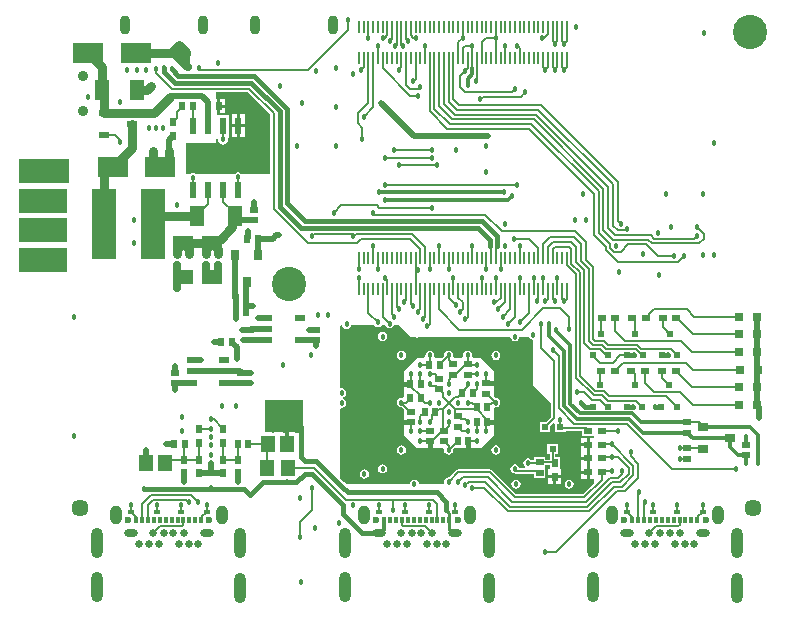
<source format=gbl>
G04*
G04 #@! TF.GenerationSoftware,Altium Limited,Altium Designer,22.0.2 (36)*
G04*
G04 Layer_Physical_Order=4*
G04 Layer_Color=16711680*
%FSLAX25Y25*%
%MOIN*%
G70*
G04*
G04 #@! TF.SameCoordinates,2161BBB5-3730-4A37-975F-558EB53CE70B*
G04*
G04*
G04 #@! TF.FilePolarity,Positive*
G04*
G01*
G75*
%ADD10C,0.01000*%
%ADD15C,0.00800*%
%ADD16C,0.01500*%
%ADD18C,0.00600*%
%ADD27R,0.02362X0.02520*%
%ADD28R,0.02953X0.02362*%
%ADD29R,0.02520X0.02362*%
%ADD33R,0.02362X0.02953*%
%ADD53R,0.02559X0.03740*%
%ADD64R,0.05118X0.05512*%
%ADD131C,0.01200*%
%ADD132C,0.02000*%
%ADD133C,0.03000*%
%ADD134C,0.02500*%
%ADD135C,0.05709*%
%ADD136C,0.03543*%
%ADD137C,0.02559*%
%ADD138O,0.04528X0.02559*%
%ADD139C,0.02362*%
%ADD140O,0.03937X0.06299*%
%ADD141O,0.03937X0.10079*%
%ADD142O,0.03543X0.06299*%
%ADD143C,0.11400*%
%ADD144C,0.01800*%
%ADD145R,0.03740X0.02362*%
%ADD146R,0.03150X0.03150*%
%ADD147R,0.04528X0.06693*%
%ADD148R,0.07087X0.05118*%
%ADD149R,0.07874X0.23622*%
%ADD150R,0.02362X0.05709*%
%ADD151R,0.09843X0.06693*%
%ADD152R,0.05118X0.07087*%
%ADD153R,0.03543X0.02362*%
%ADD154R,0.02362X0.02165*%
%ADD155R,0.03740X0.02559*%
%ADD156R,0.01968X0.01181*%
%ADD157R,0.01378X0.02362*%
%ADD158R,0.04528X0.05315*%
%ADD159R,0.00787X0.04488*%
%ADD160R,0.16142X0.07874*%
%ADD161R,0.16535X0.07874*%
%ADD162R,0.12598X0.11024*%
G36*
X-54767Y61698D02*
Y42126D01*
X-64357D01*
X-64809Y42428D01*
X-65473Y42560D01*
X-66136Y42428D01*
X-66588Y42126D01*
X-79534Y42126D01*
X-79809Y42310D01*
X-80472Y42442D01*
X-81136Y42310D01*
X-81411Y42126D01*
X-82677D01*
Y52362D01*
X-72835D01*
Y53718D01*
X-72450Y54042D01*
X-72184Y53650D01*
X-72206Y53543D01*
X-72074Y52880D01*
X-71698Y52318D01*
X-71136Y51942D01*
X-70472Y51810D01*
X-69809Y51942D01*
X-69247Y52318D01*
X-68871Y52880D01*
X-68739Y53543D01*
X-68813Y53917D01*
X-68491Y54417D01*
X-68491D01*
Y61725D01*
X-72062D01*
X-72409Y62149D01*
X-72422Y62225D01*
X-72395Y62307D01*
X-72390D01*
Y64567D01*
Y66827D01*
X-72835D01*
Y69249D01*
X-62318D01*
X-54767Y61698D01*
D02*
G37*
G36*
X-20176Y-8268D02*
X-19979Y-8562D01*
X-19483Y-8893D01*
X-18898Y-9010D01*
X-18312Y-8893D01*
X-17816Y-8562D01*
X-17620Y-8268D01*
X-16412Y-8268D01*
X-16374Y-8459D01*
X-16042Y-8956D01*
X-15546Y-9287D01*
X-14961Y-9403D01*
X-14375Y-9287D01*
X-13879Y-8956D01*
X-13548Y-8459D01*
X-13510Y-8268D01*
X-11811Y-8268D01*
X-7874Y-12205D01*
X-6259Y-12205D01*
X-5906Y-12558D01*
Y-19291D01*
X-6259Y-19645D01*
X-10236Y-23622D01*
Y-32419D01*
X-10736Y-32780D01*
X-11024Y-32723D01*
X-11609Y-32839D01*
X-12105Y-33171D01*
X-12437Y-33667D01*
X-12553Y-34252D01*
X-12437Y-34837D01*
X-12105Y-35333D01*
X-11609Y-35665D01*
X-11024Y-35781D01*
X-10951Y-35767D01*
X-10236Y-36481D01*
Y-44882D01*
X-5906Y-49213D01*
X2891D01*
X3252Y-49713D01*
X3195Y-50000D01*
X3311Y-50585D01*
X3643Y-51081D01*
X4139Y-51413D01*
X4724Y-51529D01*
X5310Y-51413D01*
X5806Y-51081D01*
X6137Y-50585D01*
X6254Y-50000D01*
X6213Y-49796D01*
X6796Y-49213D01*
X15354D01*
X19685Y-44882D01*
Y-36086D01*
X20185Y-35724D01*
X20472Y-35781D01*
X21058Y-35665D01*
X21554Y-35333D01*
X21885Y-34837D01*
X22002Y-34252D01*
X21885Y-33667D01*
X21554Y-33171D01*
X21058Y-32839D01*
X20472Y-32723D01*
X20400Y-32737D01*
X19685Y-32023D01*
Y-23622D01*
X15354Y-19291D01*
X12857D01*
X12496Y-18791D01*
X12553Y-18504D01*
X12437Y-17919D01*
X12105Y-17423D01*
X11609Y-17091D01*
X11024Y-16974D01*
X10438Y-17091D01*
X9942Y-17423D01*
X9611Y-17919D01*
X9494Y-18504D01*
X9551Y-18791D01*
X9190Y-19291D01*
X6558D01*
X6197Y-18791D01*
X6254Y-18504D01*
X6137Y-17919D01*
X5806Y-17423D01*
X5310Y-17091D01*
X4724Y-16974D01*
X4139Y-17091D01*
X3643Y-17423D01*
X3311Y-17919D01*
X3195Y-18504D01*
X3210Y-18577D01*
X2495Y-19291D01*
X259D01*
X-103Y-18791D01*
X-45Y-18504D01*
X-162Y-17919D01*
X-493Y-17423D01*
X-989Y-17091D01*
X-1575Y-16974D01*
X-2160Y-17091D01*
X-2656Y-17423D01*
X-2988Y-17919D01*
X-3104Y-18504D01*
X-3047Y-18791D01*
X-3408Y-19291D01*
X-5906D01*
X-5906Y-12558D01*
X-5552Y-12205D01*
X25242D01*
X25359Y-12790D01*
X25690Y-13286D01*
X26186Y-13618D01*
X26772Y-13734D01*
X27357Y-13618D01*
X27853Y-13286D01*
X28185Y-12790D01*
X28301Y-12205D01*
X31494D01*
X31500Y-12239D01*
X31832Y-12735D01*
X32328Y-13067D01*
X32913Y-13183D01*
X32938Y-13203D01*
Y-28439D01*
X38744Y-34464D01*
Y-39046D01*
X37052Y-40739D01*
X35030D01*
Y-44104D01*
X38592D01*
Y-42082D01*
X39648Y-41026D01*
X40148Y-41233D01*
Y-44104D01*
X43710D01*
Y-43782D01*
X49105D01*
Y-45324D01*
X53149D01*
Y-46087D01*
X51780D01*
Y-48268D01*
X51279D01*
Y-48768D01*
X48803D01*
Y-50449D01*
X48803D01*
Y-50575D01*
X48803D01*
Y-52256D01*
X51279D01*
Y-53256D01*
X48803D01*
Y-54937D01*
X48803D01*
Y-55200D01*
X48803D01*
Y-56881D01*
X51279D01*
Y-57381D01*
X51780D01*
Y-59562D01*
X53150D01*
X53150Y-61069D01*
X49490Y-64728D01*
X27194D01*
X19225Y-56759D01*
X18894Y-56538D01*
X18504Y-56461D01*
X7874D01*
X7484Y-56538D01*
X7153Y-56759D01*
X4797Y-59115D01*
X4724Y-59101D01*
X4139Y-59217D01*
X3643Y-59548D01*
X3311Y-60045D01*
X3195Y-60630D01*
X3252Y-60917D01*
X2891Y-61417D01*
X-5164D01*
X-5280Y-60832D01*
X-5612Y-60336D01*
X-6108Y-60004D01*
X-6693Y-59888D01*
X-7278Y-60004D01*
X-7774Y-60336D01*
X-8106Y-60832D01*
X-8222Y-61417D01*
X-29431D01*
X-29627Y-61123D01*
X-30123Y-60792D01*
X-30188Y-60779D01*
X-31496Y-59471D01*
X-31496Y-36323D01*
X-30996Y-35913D01*
X-30866Y-35939D01*
X-30281Y-35822D01*
X-29785Y-35491D01*
X-29453Y-34995D01*
X-29337Y-34409D01*
X-29453Y-33824D01*
X-29785Y-33328D01*
X-30281Y-32996D01*
X-30605Y-32932D01*
Y-32422D01*
X-30281Y-32358D01*
X-29785Y-32026D01*
X-29453Y-31530D01*
X-29337Y-30945D01*
X-29453Y-30360D01*
X-29785Y-29864D01*
X-30281Y-29532D01*
X-30866Y-29416D01*
X-30996Y-29441D01*
X-31496Y-29031D01*
X-31496Y-8805D01*
X-31071Y-8440D01*
X-30742Y-8507D01*
X-30704Y-8696D01*
X-30373Y-9192D01*
X-29877Y-9523D01*
X-29291Y-9640D01*
X-28706Y-9523D01*
X-28210Y-9192D01*
X-27878Y-8696D01*
X-27793Y-8268D01*
X-20176Y-8268D01*
D02*
G37*
%LPC*%
G36*
X-69709Y66827D02*
X-71390D01*
Y65067D01*
X-69709D01*
Y66827D01*
D02*
G37*
G36*
Y64067D02*
X-71390D01*
Y62307D01*
X-69709D01*
Y64067D01*
D02*
G37*
G36*
X-63291Y61925D02*
X-64973D01*
Y58571D01*
X-63291D01*
Y61925D01*
D02*
G37*
G36*
X-65973D02*
X-67654D01*
Y58571D01*
X-65973D01*
Y61925D01*
D02*
G37*
G36*
X-63291Y57571D02*
X-64973D01*
Y54216D01*
X-63291D01*
Y57571D01*
D02*
G37*
G36*
X-65973D02*
X-67654D01*
Y54216D01*
X-65973D01*
Y57571D01*
D02*
G37*
G36*
X-17323Y-10675D02*
X-17908Y-10792D01*
X-18404Y-11123D01*
X-18736Y-11620D01*
X-18852Y-12205D01*
X-18736Y-12790D01*
X-18404Y-13286D01*
X-17908Y-13618D01*
X-17323Y-13734D01*
X-16738Y-13618D01*
X-16241Y-13286D01*
X-15910Y-12790D01*
X-15793Y-12205D01*
X-15910Y-11620D01*
X-16241Y-11123D01*
X-16738Y-10792D01*
X-17323Y-10675D01*
D02*
G37*
G36*
X20472Y-16974D02*
X19887Y-17091D01*
X19391Y-17423D01*
X19060Y-17919D01*
X18943Y-18504D01*
X19060Y-19089D01*
X19391Y-19585D01*
X19887Y-19917D01*
X20472Y-20033D01*
X21058Y-19917D01*
X21554Y-19585D01*
X21885Y-19089D01*
X22002Y-18504D01*
X21885Y-17919D01*
X21554Y-17423D01*
X21058Y-17091D01*
X20472Y-16974D01*
D02*
G37*
G36*
X-11024D02*
X-11609Y-17091D01*
X-12105Y-17423D01*
X-12437Y-17919D01*
X-12553Y-18504D01*
X-12437Y-19089D01*
X-12105Y-19585D01*
X-11609Y-19917D01*
X-11024Y-20033D01*
X-10438Y-19917D01*
X-9942Y-19585D01*
X-9611Y-19089D01*
X-9494Y-18504D01*
X-9611Y-17919D01*
X-9942Y-17423D01*
X-10438Y-17091D01*
X-11024Y-16974D01*
D02*
G37*
G36*
X50780Y-46087D02*
X48803D01*
Y-47768D01*
X50780D01*
Y-46087D01*
D02*
G37*
G36*
X20472Y-48471D02*
X19887Y-48587D01*
X19391Y-48919D01*
X19060Y-49415D01*
X18943Y-50000D01*
X19060Y-50585D01*
X19391Y-51082D01*
X19887Y-51413D01*
X20472Y-51529D01*
X21058Y-51413D01*
X21554Y-51082D01*
X21885Y-50585D01*
X22002Y-50000D01*
X21885Y-49415D01*
X21554Y-48919D01*
X21058Y-48587D01*
X20472Y-48471D01*
D02*
G37*
G36*
X-11024D02*
X-11609Y-48587D01*
X-12105Y-48919D01*
X-12437Y-49415D01*
X-12553Y-50000D01*
X-12437Y-50585D01*
X-12105Y-51082D01*
X-11609Y-51413D01*
X-11024Y-51529D01*
X-10438Y-51413D01*
X-9942Y-51082D01*
X-9611Y-50585D01*
X-9494Y-50000D01*
X-9611Y-49415D01*
X-9942Y-48919D01*
X-10438Y-48587D01*
X-11024Y-48471D01*
D02*
G37*
G36*
X41151Y-48022D02*
X37589D01*
Y-51387D01*
X38452D01*
Y-52353D01*
X38376D01*
Y-53256D01*
X36899D01*
Y-52392D01*
X33180D01*
Y-53413D01*
X32293D01*
X32184Y-53249D01*
X31688Y-52918D01*
X31102Y-52801D01*
X30517Y-52918D01*
X30021Y-53249D01*
X29689Y-53745D01*
X29573Y-54331D01*
X29689Y-54916D01*
X30021Y-55412D01*
X30253Y-55567D01*
X30101Y-56067D01*
X28255D01*
X28185Y-55714D01*
X27853Y-55218D01*
X27357Y-54886D01*
X26772Y-54770D01*
X26186Y-54886D01*
X25690Y-55218D01*
X25359Y-55714D01*
X25242Y-56299D01*
X25359Y-56884D01*
X25690Y-57381D01*
X26186Y-57712D01*
X26772Y-57829D01*
X26847Y-57814D01*
X27169Y-58029D01*
X27559Y-58106D01*
X33180D01*
Y-59419D01*
X36899D01*
Y-55091D01*
X38376D01*
Y-56480D01*
X37976D01*
Y-58457D01*
X40157D01*
X42339D01*
Y-56480D01*
X41939D01*
Y-52353D01*
X40288D01*
Y-51387D01*
X41151D01*
Y-48022D01*
D02*
G37*
G36*
X-17323Y-54770D02*
X-17908Y-54886D01*
X-18404Y-55218D01*
X-18736Y-55714D01*
X-18852Y-56299D01*
X-18736Y-56884D01*
X-18404Y-57381D01*
X-17908Y-57712D01*
X-17323Y-57829D01*
X-16738Y-57712D01*
X-16241Y-57381D01*
X-15910Y-56884D01*
X-15793Y-56299D01*
X-15910Y-55714D01*
X-16241Y-55218D01*
X-16738Y-54886D01*
X-17323Y-54770D01*
D02*
G37*
G36*
X-23386Y-56502D02*
X-23971Y-56618D01*
X-24467Y-56950D01*
X-24799Y-57446D01*
X-24915Y-58031D01*
X-24799Y-58617D01*
X-24467Y-59113D01*
X-23971Y-59444D01*
X-23386Y-59561D01*
X-22801Y-59444D01*
X-22304Y-59113D01*
X-21973Y-58617D01*
X-21856Y-58031D01*
X-21973Y-57446D01*
X-22304Y-56950D01*
X-22801Y-56618D01*
X-23386Y-56502D01*
D02*
G37*
G36*
X50779Y-57881D02*
X48803D01*
Y-59562D01*
X50779D01*
Y-57881D01*
D02*
G37*
G36*
X42339Y-59457D02*
X40657D01*
Y-61433D01*
X42339D01*
Y-59457D01*
D02*
G37*
G36*
X39657D02*
X37976D01*
Y-61433D01*
X39657D01*
Y-59457D01*
D02*
G37*
G36*
X44882Y-59888D02*
X44297Y-60004D01*
X43801Y-60336D01*
X43469Y-60832D01*
X43352Y-61417D01*
X43469Y-62003D01*
X43801Y-62499D01*
X44297Y-62830D01*
X44882Y-62947D01*
X45467Y-62830D01*
X45963Y-62499D01*
X46295Y-62003D01*
X46411Y-61417D01*
X46295Y-60832D01*
X45963Y-60336D01*
X45467Y-60004D01*
X44882Y-59888D01*
D02*
G37*
G36*
X27165D02*
X26580Y-60004D01*
X26084Y-60336D01*
X25752Y-60832D01*
X25636Y-61417D01*
X25752Y-62003D01*
X26084Y-62499D01*
X26580Y-62830D01*
X27165Y-62947D01*
X27751Y-62830D01*
X28247Y-62499D01*
X28578Y-62003D01*
X28695Y-61417D01*
X28578Y-60832D01*
X28247Y-60336D01*
X27751Y-60004D01*
X27165Y-59888D01*
D02*
G37*
%LPD*%
D10*
X51279Y-52756D02*
Y-48268D01*
Y-57381D02*
Y-52756D01*
X4724Y-71961D02*
Y-70906D01*
X3937Y-70118D02*
X4724Y-70906D01*
X4921Y-76653D02*
X5985Y-77716D01*
X6693D01*
X4921Y-76653D02*
Y-73228D01*
X4724Y-71961D02*
X4732Y-71969D01*
Y-73039D02*
Y-71969D01*
Y-73039D02*
X4921Y-73228D01*
D15*
X-27771Y22047D02*
X-26984Y21260D01*
X15748Y85827D02*
X17323Y87402D01*
X20472D01*
X15748Y80709D02*
Y85827D01*
X28740Y67716D02*
X30315Y69291D01*
X-77953Y76772D02*
X-42126D01*
X-28740Y90158D01*
Y93307D01*
X27559Y84646D02*
X28346Y83858D01*
Y80709D02*
Y83858D01*
X16244Y67716D02*
X28740D01*
X15457Y66929D02*
X16244Y67716D01*
X15276Y66929D02*
X15457D01*
X8661Y70866D02*
X10039Y69488D01*
X25787D02*
X26772Y70472D01*
X10039Y69488D02*
X25787D01*
X13780Y72835D02*
X14173Y73228D01*
X61024Y26378D02*
Y39370D01*
X35433Y64961D02*
X61024Y39370D01*
X8268Y64961D02*
X35433D01*
X59449Y24803D02*
Y38583D01*
X34646Y63386D02*
X59449Y38583D01*
X7480Y63386D02*
X34646D01*
X57874Y24016D02*
Y37795D01*
X33858Y61811D02*
X57874Y37795D01*
X6693Y61811D02*
X33858D01*
X56299Y23228D02*
Y37008D01*
X33071Y60236D02*
X56299Y37008D01*
X5906Y60236D02*
X33071D01*
X54724Y22441D02*
Y36220D01*
X32283Y58661D02*
X54724Y36220D01*
X5118Y58661D02*
X32283D01*
X53150Y21654D02*
Y35433D01*
X31496Y57087D02*
X53150Y35433D01*
X4331Y57087D02*
X31496D01*
X39764Y-39469D02*
Y-20282D01*
X35433Y-15951D02*
X39764Y-20282D01*
X35433Y-15951D02*
Y-7874D01*
X-16535Y38189D02*
X27559D01*
X8661Y70866D02*
Y74803D01*
X10236Y76378D01*
X12598Y77165D02*
Y80709D01*
X12598Y80709D01*
X-6299Y9843D02*
Y10630D01*
Y9055D02*
Y9843D01*
X20472Y80709D02*
Y87402D01*
X7874Y85827D02*
X9449Y87402D01*
X7874Y80709D02*
Y85827D01*
X-1575Y62992D02*
X4331Y57087D01*
X-1575Y62992D02*
Y80709D01*
X0Y63779D02*
X5118Y58661D01*
X0Y63779D02*
Y80709D01*
X1575Y64567D02*
X5906Y60236D01*
X1575Y64567D02*
Y80709D01*
X3150Y65354D02*
X6693Y61811D01*
X3150Y65354D02*
Y80709D01*
X4724Y66142D02*
X7480Y63386D01*
X4724Y66142D02*
Y80709D01*
X6299Y66929D02*
X8268Y64961D01*
X6299Y66929D02*
Y80709D01*
X100387Y-56306D02*
X100394Y-56299D01*
X79071Y-56306D02*
X100387D01*
X-40945Y-70118D02*
Y-62598D01*
X-44882Y-74055D02*
X-40945Y-70118D01*
X-44882Y-79134D02*
Y-74055D01*
X64028Y-41262D02*
X79071Y-56306D01*
X63513Y-63652D02*
X67913Y-59252D01*
X60679Y-63652D02*
X63513D01*
X40472Y-83858D02*
X60679Y-63652D01*
X62598Y-62205D02*
X66319Y-58484D01*
X59820Y-62205D02*
X62598D01*
X51552Y-70473D02*
X59820Y-62205D01*
X61866Y-60779D02*
X64764Y-57881D01*
X59124Y-60779D02*
X61866D01*
X51006Y-68898D02*
X59124Y-60779D01*
X61221Y-59252D02*
X62598Y-57874D01*
X58530Y-59252D02*
X61221D01*
X50459Y-67323D02*
X58530Y-59252D01*
X67913D02*
Y-54605D01*
X65354Y-52046D02*
X67913Y-54605D01*
X65354Y-52046D02*
Y-50787D01*
X62598Y-57874D02*
Y-56988D01*
X64764Y-57881D02*
Y-55907D01*
X61209Y-52353D02*
X64764Y-55907D01*
X59055Y-52353D02*
X61209D01*
X66319Y-58484D02*
Y-55295D01*
X59055Y-48031D02*
X66319Y-55295D01*
X55709Y-43543D02*
X61024D01*
X55807Y-57381D02*
X56200Y-56988D01*
X59153D01*
X55807Y-52756D02*
X56210Y-52353D01*
X59055D01*
X56043Y-48031D02*
X59055D01*
X55807Y-48268D02*
X56043Y-48031D01*
X49913Y-65748D02*
X55807Y-59854D01*
Y-57381D01*
X37008Y-83858D02*
X40472D01*
X47638Y-30709D02*
X49894D01*
X52513Y-33328D01*
X55330D01*
X56934Y-34932D01*
X57118D01*
X57801Y-35615D01*
X37592Y-41640D02*
X39764Y-39469D01*
X37592Y-41739D02*
Y-41640D01*
X36909Y-42421D02*
X37592Y-41739D01*
X36811Y-42421D02*
X36909D01*
X44882Y-9523D02*
Y-5740D01*
X41344Y-35953D02*
Y-18509D01*
X39370Y-16535D02*
X41344Y-18509D01*
Y-35953D02*
X46653Y-41262D01*
X41897Y-2756D02*
X44882Y-5740D01*
X36220Y-2756D02*
X41897D01*
X29102Y-9874D02*
X36220Y-2756D01*
X-40157Y22047D02*
X-27771D01*
X-42126Y18898D02*
X-25984D01*
X-53543Y30315D02*
X-42126Y18898D01*
X-53543Y30315D02*
Y62205D01*
X-40945Y21260D02*
X-40157Y22047D01*
X-26197D02*
X-7402D01*
X-26984Y21260D02*
X-26197Y22047D01*
X-24409Y20472D02*
X-8268D01*
X-25984Y18898D02*
X-24409Y20472D01*
X-31102Y31496D02*
X-19291D01*
X-18504Y30709D02*
X-787D01*
X-19291Y31496D02*
X-18504Y30709D01*
X11024Y77165D02*
Y80709D01*
X10236Y76378D02*
X11024Y77165D01*
X14173Y73228D02*
Y80709D01*
X10236Y84646D02*
X12598D01*
X9449Y83858D02*
X10236Y84646D01*
X9449Y80709D02*
Y83858D01*
X52799Y-18503D02*
X52897D01*
X52758D02*
X52799D01*
X53580Y-19325D02*
X55121Y-20866D01*
X53580Y-19325D02*
Y-19185D01*
X52897Y-18503D02*
X53580Y-19185D01*
X55121Y-20866D02*
X59644D01*
X62007Y-18503D01*
X64293D01*
X47095Y-25842D02*
X53067Y-31814D01*
X48594Y-25362D02*
X53647Y-30414D01*
X48594Y-25362D02*
Y9191D01*
X86254Y-35039D02*
X101614D01*
X81923Y-30709D02*
X86254Y-35039D01*
X73129Y-30709D02*
X81923D01*
X70177Y-27757D02*
X73129Y-30709D01*
X70177Y-27757D02*
Y-23622D01*
X86007Y-29134D02*
X101614D01*
X81571Y-24698D02*
X86007Y-29134D01*
X81571Y-24698D02*
Y-24403D01*
X80790Y-23622D02*
X81571Y-24403D01*
X80495Y-23622D02*
X80790D01*
X86142Y-23217D02*
X101614D01*
X83791Y-20866D02*
X86142Y-23217D01*
X62793Y-20866D02*
X83791D01*
X61114Y-22546D02*
X62793Y-20866D01*
X61114Y-22841D02*
Y-22546D01*
X60333Y-23622D02*
X61114Y-22841D01*
X60038Y-23622D02*
X60333D01*
X75967Y-26052D02*
X77450Y-27535D01*
Y-27633D02*
Y-27535D01*
Y-27633D02*
X78132Y-28316D01*
X78231D01*
X75967Y-26052D02*
Y-23622D01*
X65650D02*
X65945D01*
X66726Y-24403D01*
Y-24861D02*
Y-24403D01*
Y-24861D02*
X66737Y-24872D01*
Y-28316D02*
Y-24872D01*
X55242Y-23890D02*
X55510Y-23622D01*
X55242Y-28331D02*
Y-23890D01*
X86614Y-5512D02*
X101614D01*
X84252Y-3150D02*
X86614Y-5512D01*
X73098Y-3150D02*
X84252D01*
X71450Y-4798D02*
X73098Y-3150D01*
X71450Y-5093D02*
Y-4798D01*
X70669Y-5874D02*
X71450Y-5093D01*
X70374Y-5874D02*
X70669D01*
X86142Y-11406D02*
X101614D01*
X81687Y-6950D02*
X86142Y-11406D01*
X81687Y-6950D02*
Y-6655D01*
X80905Y-5874D02*
X81687Y-6655D01*
X80610Y-5874D02*
X80905D01*
X85851Y-17312D02*
X101614D01*
X82157Y-13618D02*
X85851Y-17312D01*
X63421Y-13618D02*
X82157D01*
X60232Y-10429D02*
X63421Y-13618D01*
X60232Y-10429D02*
Y-5874D01*
X76083Y-8956D02*
X77565Y-10438D01*
Y-10537D02*
Y-10438D01*
Y-10537D02*
X78248Y-11219D01*
X78347D01*
X76083Y-8956D02*
Y-5874D01*
X65847D02*
X66071D01*
X66852Y-6655D01*
Y-11219D02*
Y-6655D01*
X55358Y-6221D02*
X55705Y-5874D01*
X55358Y-11219D02*
Y-6221D01*
X50000Y-14457D02*
X51963Y-16420D01*
X51400Y-13712D02*
X52708Y-15020D01*
X52800Y-12877D02*
X53543Y-13620D01*
X52800Y-12877D02*
Y11012D01*
X50394Y13419D02*
X52800Y11012D01*
X50394Y13419D02*
Y19291D01*
X51400Y-13712D02*
Y10411D01*
X48819Y12992D02*
X51400Y10411D01*
X48819Y12992D02*
Y18504D01*
X50000Y-14457D02*
Y9843D01*
X47244Y12598D02*
X50000Y9843D01*
X47244Y12598D02*
Y17717D01*
X47095Y-25842D02*
Y8570D01*
X44094Y11570D02*
X47095Y8570D01*
X51963Y-16420D02*
X55214D01*
X52708Y-15020D02*
X55794D01*
X53543Y-13620D02*
X56374D01*
X-33465Y29134D02*
X-31102Y31496D01*
X-104961Y52756D02*
Y53386D01*
X-106496Y54921D02*
X-104961Y53386D01*
X-110039Y54921D02*
X-106496D01*
X55980Y-31814D02*
X57698Y-33532D01*
X53067Y-31814D02*
X55980D01*
X77287Y-32097D02*
X80790Y-35600D01*
X58243Y-32097D02*
X77287D01*
X56560Y-30414D02*
X58243Y-32097D01*
X53647Y-30414D02*
X56560D01*
X67213Y-33517D02*
X69296Y-35600D01*
X62582Y-33517D02*
X67213D01*
X62567Y-33532D02*
X62582Y-33517D01*
X57698Y-33532D02*
X62567D01*
X46653Y-41262D02*
X64028D01*
X63960Y-35817D02*
X64178Y-35600D01*
X78823Y-16420D02*
X80905Y-18503D01*
X69005Y-16420D02*
X78823D01*
X67605Y-15020D02*
X69005Y-16420D01*
X57774Y-15020D02*
X67605D01*
X56374Y-13620D02*
X57774Y-15020D01*
X67025Y-16420D02*
X69108Y-18503D01*
X57194Y-16420D02*
X67025D01*
X55794Y-15020D02*
X57194Y-16420D01*
X55214D02*
X57297Y-18503D01*
X43307Y-394D02*
X44094Y394D01*
X42520Y394D02*
X43307Y-394D01*
X39370Y394D02*
X40157Y-394D01*
X37795Y394D02*
Y3543D01*
X37008Y-394D02*
X37795Y394D01*
X41929Y-42421D02*
Y-39955D01*
X45669Y12117D02*
X48594Y9191D01*
X55709Y-43543D02*
X56197Y-44032D01*
X41929Y-42421D02*
X42270Y-42762D01*
X50400D01*
X51181Y-43543D01*
X26772Y-65748D02*
X49913D01*
X25984Y-67323D02*
X50459D01*
X25197Y-68898D02*
X51006D01*
X24409Y-70473D02*
X51552D01*
X1575Y-3150D02*
X8268Y-9843D01*
X23550D01*
X23581Y-9874D01*
X29102D01*
X44094Y11570D02*
Y13937D01*
X1575D02*
Y18110D01*
X4724Y10236D02*
Y13937D01*
X-1575Y13937D02*
X-1575Y13937D01*
X-1575Y10236D02*
Y13937D01*
X-6299Y3543D02*
Y9055D01*
X-5512Y9843D01*
X-6299Y10630D02*
Y13937D01*
Y10630D02*
X-5512Y9843D01*
X-6299D02*
X-5512D01*
X-16535Y7480D02*
X-15748Y6693D01*
Y3543D02*
Y6693D01*
X-11024Y77559D02*
Y80709D01*
X-11811Y76772D02*
X-11024Y77559D01*
X-18898Y80709D02*
Y84646D01*
X-3150D02*
X-3150Y84646D01*
Y80709D02*
Y84646D01*
X12598Y84646D02*
X12598Y84646D01*
Y80709D02*
Y84646D01*
X23622Y80709D02*
Y84646D01*
X43307Y76772D02*
X44094Y77559D01*
Y80709D01*
X42520Y77559D02*
X43307Y76772D01*
X42520Y77559D02*
Y80709D01*
X40157Y76772D02*
X40945Y77559D01*
Y80709D01*
X39370Y77559D02*
X40157Y76772D01*
X39370Y77559D02*
Y80709D01*
X43307Y85433D02*
X44094Y86221D01*
Y91102D01*
X42520Y86221D02*
X43307Y85433D01*
X42520Y86221D02*
Y91102D01*
X40157Y85433D02*
X40945Y86221D01*
Y91102D01*
X39370Y86221D02*
X40157Y85433D01*
X39370Y86221D02*
Y91102D01*
X35827Y87402D02*
X36614D01*
X37795Y88583D01*
Y91102D01*
X20472Y87402D02*
Y91102D01*
X9449Y87402D02*
Y91102D01*
X-22047Y87402D02*
X-22047Y87402D01*
Y91102D01*
X-12992Y84646D02*
X-12598Y85039D01*
Y91102D01*
X-11024Y85039D02*
X-10630Y84646D01*
X-11024Y85039D02*
Y91102D01*
X-14961Y86221D02*
X-14173Y87008D01*
Y91102D01*
X-9449Y87008D02*
X-8661Y86221D01*
X-9449Y87008D02*
Y91102D01*
X-17323Y87402D02*
X-16535D01*
X-7087D02*
X-6299D01*
X-16535D02*
X-15748Y88189D01*
Y91102D01*
X-7874Y88189D02*
X-7087Y87402D01*
X-7874Y88189D02*
Y91102D01*
X12598Y18110D02*
X12598Y18110D01*
Y13937D02*
Y18110D01*
X40945Y3543D02*
Y7480D01*
X36220Y3543D02*
Y7480D01*
X33071D02*
X33071Y7480D01*
Y3543D02*
Y7480D01*
X28346Y7480D02*
X28346Y7480D01*
Y3543D02*
Y7480D01*
X20472Y3543D02*
Y7480D01*
X22047Y10236D02*
Y13937D01*
X17323Y10236D02*
X17323Y10236D01*
Y13937D01*
X15748Y3543D02*
Y7480D01*
X6299Y3543D02*
Y7480D01*
X-25197Y3543D02*
Y7480D01*
X-18898Y10236D02*
Y13937D01*
X-25197Y10236D02*
Y13937D01*
X31496Y-4331D02*
Y3543D01*
X28346Y-7480D02*
X31496Y-4331D01*
X26772Y-5512D02*
Y3543D01*
X24409Y-7874D02*
X26772Y-5512D01*
X25197Y-3150D02*
Y3543D01*
X22835Y-5512D02*
X25197Y-3150D01*
X23622Y-787D02*
Y3543D01*
X21260Y-3150D02*
X23622Y-787D01*
X22047Y787D02*
Y3543D01*
X20472Y-787D02*
X22047Y787D01*
X19685Y-787D02*
X20472D01*
X11024Y-5512D02*
Y3543D01*
X10236Y-6299D02*
X11024Y-5512D01*
X7874Y787D02*
Y3543D01*
Y787D02*
X9449Y-787D01*
Y-3150D02*
Y-787D01*
X8661Y-3937D02*
X9449Y-3150D01*
X4724Y787D02*
Y3543D01*
Y787D02*
X7087Y-1575D01*
X-22047Y-4331D02*
Y3543D01*
Y-4331D02*
X-18898Y-7480D01*
X-7874Y-1181D02*
Y3543D01*
X-4724Y-3150D02*
Y3543D01*
X-17323Y-5512D02*
Y3543D01*
X-12598Y-2362D02*
Y3543D01*
X-3150Y-5512D02*
Y3543D01*
X-14173Y-4724D02*
Y3543D01*
X-9449Y-0D02*
Y3543D01*
X-1575Y-7874D02*
Y3543D01*
X-7874Y-1181D02*
X-7087Y-1969D01*
X-10236Y-787D02*
X-9449Y-0D01*
X-12598Y-2362D02*
X-11811Y-3150D01*
X-14173Y-4724D02*
X-13386Y-5512D01*
X-17323D02*
X-14961Y-7874D01*
X-5512Y-3937D02*
X-4724Y-3150D01*
X-3937Y-6299D02*
X-3150Y-5512D01*
X-2362Y-8661D02*
X-1575Y-7874D01*
X88031Y-40787D02*
X89567Y-42323D01*
X84252Y-40787D02*
X88031D01*
X81732Y-49449D02*
X84252D01*
X81732Y-52913D02*
X84252D01*
X89213Y-49449D02*
X89567Y-49803D01*
X84252Y-49449D02*
X89213D01*
X17323Y-43701D02*
Y-40709D01*
X17480Y-40551D01*
X14016Y-36457D02*
X17480Y-39921D01*
X14016Y-36457D02*
X14016Y-36457D01*
X14016Y-35827D02*
X14016Y-35827D01*
X13622Y-36220D02*
X14016Y-35827D01*
X14016Y-36457D02*
Y-35827D01*
Y-36457D02*
Y-36457D01*
X14016Y-35827D02*
Y-35827D01*
Y-36457D02*
Y-35827D01*
X17480Y-40551D02*
Y-39921D01*
X16535Y-62598D02*
X24409Y-70473D01*
X16929Y-60630D02*
X25197Y-68898D01*
X17717Y-59055D02*
X25984Y-67323D01*
X18504Y-57480D02*
X26772Y-65748D01*
Y-56299D02*
X27559Y-57087D01*
X34488D01*
X35039Y-57638D01*
X11181Y-21654D02*
X14173D01*
X11024Y-21496D02*
X11181Y-21654D01*
X-4724D02*
X-1732D01*
X-7874Y-27795D02*
Y-24803D01*
X-8032Y-27953D02*
X-7874Y-27795D01*
X17323Y-27795D02*
Y-24803D01*
X11181Y-46850D02*
X14173D01*
X-4724D02*
X-1732D01*
X-1575Y-47008D01*
X-7874Y-43701D02*
Y-40709D01*
X-2992Y-34252D02*
X-1575D01*
X-4567Y-32677D02*
X-2992Y-34252D01*
X4724Y-26535D02*
X6299Y-24961D01*
X4724Y-27953D02*
Y-26535D01*
X11024Y-34252D02*
X12441D01*
X14016Y-35827D01*
X4724Y-41969D02*
Y-40551D01*
X3150Y-43543D02*
X4724Y-41969D01*
X-1575Y-40551D02*
X-787Y-39764D01*
Y-38346D01*
X158Y-37402D01*
X10236Y-39764D02*
X11024Y-40551D01*
X8819Y-39764D02*
X10236D01*
X7874Y-38819D02*
X8819Y-39764D01*
X-1575Y-27953D02*
X-787Y-28740D01*
X630D01*
X11024Y-28740D02*
Y-27953D01*
X10236Y-29528D02*
X11024Y-28740D01*
X10236Y-30158D02*
Y-29528D01*
X9291Y-31102D02*
X10236Y-30158D01*
X-4724Y-27795D02*
Y-24803D01*
Y-27795D02*
X-4567Y-27953D01*
X11181Y-24803D02*
X14173D01*
X11024Y-24961D02*
X11181Y-24803D01*
X14173Y-43701D02*
Y-40709D01*
X14016Y-40551D02*
X14173Y-40709D01*
X-4724Y-43701D02*
X-1732D01*
X-1575Y-43543D01*
X-4724Y-38819D02*
X-3307Y-37402D01*
X-4724Y-40551D02*
Y-38819D01*
X158Y-24803D02*
X1575Y-26221D01*
X-1575Y-24803D02*
X158D01*
X12756Y-31102D02*
X14173Y-29685D01*
Y-27953D01*
X7874Y-42283D02*
X9291Y-43701D01*
X11024D01*
X4724Y-50000D02*
Y-49843D01*
X7717Y-46850D01*
X3150Y-47008D02*
X4724Y-48583D01*
Y-49843D02*
Y-48583D01*
X17323Y-31260D02*
X17480D01*
X20472Y-34252D01*
X17480Y-35827D02*
X19055Y-34252D01*
X20472D01*
X1732Y-21654D02*
Y-21496D01*
X4724Y-18504D01*
Y-19921D02*
X6299Y-21496D01*
X4724Y-19921D02*
Y-18504D01*
X-8032Y-37244D02*
X-7874D01*
X-11024Y-34252D02*
X-8032Y-37244D01*
X-9606Y-34252D02*
X-8032Y-32677D01*
X-11024Y-34252D02*
X-9606D01*
X7874Y-38819D02*
Y-38583D01*
X2756Y-32283D02*
Y-30866D01*
Y-32283D02*
X4724Y-34252D01*
X9055Y-31102D02*
X9291D01*
X7874Y-32283D02*
X9055Y-31102D01*
X6693Y-32283D02*
X7874D01*
X4724Y-34252D02*
X6693Y-32283D01*
X6693Y-37638D02*
X7874Y-38819D01*
X6693Y-37638D02*
Y-36220D01*
X4724Y-34252D02*
X6693Y-36220D01*
X158Y-37402D02*
X394D01*
X1575Y-36220D01*
X2756D01*
X4724Y-34252D01*
X6693Y-36220D02*
X13622D01*
X2756Y-43150D02*
Y-36220D01*
Y-43150D02*
X3150Y-43543D01*
X2520D02*
X3150D01*
X-945Y-47008D02*
X2520Y-43543D01*
X-1575Y-47008D02*
X-945D01*
X6929Y-24961D02*
X10394Y-21496D01*
X6299Y-24961D02*
X6929D01*
X-8032Y-28583D02*
Y-27953D01*
Y-28583D02*
X-4567Y-32047D01*
Y-32677D02*
Y-32047D01*
X64173Y-70512D02*
Y-68504D01*
X72835Y-70512D02*
Y-68504D01*
X80709Y-70512D02*
Y-68504D01*
X89370Y-70512D02*
Y-68504D01*
X87598Y-73228D02*
Y-72284D01*
X89370Y-70512D01*
X65945Y-73228D02*
Y-72284D01*
X64173Y-70512D02*
X65945Y-72284D01*
X69882Y-67520D02*
X70079Y-67323D01*
X69882Y-73228D02*
Y-67520D01*
X67913Y-64370D02*
X68110Y-64173D01*
X67913Y-73228D02*
Y-64370D01*
X81693Y-74997D02*
Y-73228D01*
X81296Y-75394D02*
X81693Y-74997D01*
X73976Y-75394D02*
X81296D01*
X71653Y-77716D02*
X73976Y-75394D01*
X-101181Y-70512D02*
Y-68504D01*
X-92520Y-70512D02*
Y-68504D01*
X-84646Y-70512D02*
Y-68504D01*
X-75984Y-70512D02*
Y-68504D01*
X-99409Y-73228D02*
Y-72284D01*
X-101181Y-70512D02*
X-99409Y-72284D01*
X-77756Y-73228D02*
Y-72284D01*
X-75984Y-70512D01*
X-83661Y-74997D02*
Y-73228D01*
X-84059Y-75394D02*
X-83661Y-74997D01*
X-91378Y-75394D02*
X-84059D01*
X-93701Y-77716D02*
X-91378Y-75394D01*
X-95472Y-73228D02*
Y-68307D01*
X-93701Y-66535D01*
X-82677D01*
X-81890Y-67323D01*
X-97441Y-73228D02*
Y-68013D01*
X-94363Y-64935D01*
X-81128D02*
X-78740Y-67323D01*
X6693Y-70512D02*
Y-68504D01*
X-10827Y-74997D02*
Y-73228D01*
Y-74997D02*
X-10430Y-75394D01*
X-3110D01*
X-787Y-77716D01*
X12598Y-62598D02*
X16535D01*
X10236Y-61811D02*
X11417Y-60630D01*
X16929D01*
X7874D02*
X9449Y-59055D01*
X17717D01*
X4724Y-60630D02*
X7874Y-57480D01*
X18504D01*
X-1732Y-21654D02*
X-1575Y-21496D01*
Y-18504D01*
X11024Y-21496D02*
Y-18504D01*
X11024Y-18504D01*
X10394Y-21496D02*
X11024D01*
X11024D01*
X-20472Y64173D02*
Y80709D01*
X-23622Y61024D02*
X-20472Y64173D01*
X-22047Y65748D02*
Y80709D01*
X20472Y17717D02*
X20866Y18110D01*
X20472Y13937D02*
Y17717D01*
X18504Y18110D02*
X18898Y17717D01*
Y13937D02*
Y17717D01*
X-61811Y70472D02*
X-53543Y62205D01*
X-92717Y75787D02*
Y76968D01*
Y75787D02*
X-87402Y70472D01*
X-61811D01*
X-80472Y58071D02*
Y64488D01*
X-80551Y64567D02*
X-80472Y64488D01*
X-85827Y62756D02*
X-84016Y64567D01*
X-85827Y60532D02*
Y62756D01*
X-87008Y59350D02*
X-85827Y60532D01*
X-70472Y53543D02*
Y58071D01*
X-70473Y58071D02*
X-70472Y58071D01*
X-70473Y32677D02*
Y36614D01*
Y32677D02*
X-66634Y28839D01*
Y27953D02*
Y28839D01*
X-75472Y32008D02*
Y36614D01*
X-79036Y28445D02*
X-75472Y32008D01*
X-79036Y27953D02*
Y28445D01*
X-65473Y36614D02*
Y40827D01*
X-80472Y36614D02*
Y40709D01*
X-78347Y77165D02*
X-77953Y76772D01*
X984Y-73228D02*
Y-67913D01*
X-1969Y-70512D02*
Y-68504D01*
X-9843Y-70512D02*
Y-68504D01*
X-18504Y-70512D02*
Y-68504D01*
X-65512Y-53091D02*
X-65354Y-53248D01*
X-65512Y-53091D02*
Y-48031D01*
X-62047D02*
X-55512D01*
X-89764Y-54331D02*
X-88681Y-53248D01*
X-83465D01*
Y-48189D02*
X-83307Y-48031D01*
X-83465Y-53248D02*
Y-48189D01*
Y-53248D02*
X-78347D01*
Y-47539D01*
X-70472Y-53248D02*
X-65354D01*
X-70472D02*
Y-47539D01*
Y-43012D02*
Y-42913D01*
X-13780Y-70079D02*
Y-66535D01*
X-394D02*
X984Y-67913D01*
X-13780Y-66535D02*
X-394D01*
X-94363Y-64935D02*
X-81128D01*
X-96063Y-54331D02*
X-96063Y-54331D01*
X-55807Y-55905D02*
Y-48327D01*
X-55512Y-48031D01*
X-48917Y-55905D02*
X-40157D01*
X-29528Y-66535D01*
X-13780D01*
X-78347Y-43012D02*
X-78248Y-42913D01*
X-74410D01*
X-73622Y-39764D02*
X-70472Y-42913D01*
X-74410Y-39764D02*
X-73622D01*
X87402Y24311D02*
X89764Y21949D01*
X36220Y77559D02*
Y80709D01*
Y77559D02*
X37008Y76772D01*
X37795Y77559D02*
Y80709D01*
X37008Y76772D02*
X37795Y77559D01*
X-24016Y53543D02*
Y57480D01*
X-25591Y59055D02*
Y62205D01*
X-22047Y65748D01*
X-25591Y59055D02*
X-24016Y57480D01*
X-6299Y73622D02*
Y80709D01*
X-7087Y72835D02*
X-6299Y73622D01*
X-9449Y71653D02*
Y80709D01*
Y71653D02*
X-8268Y70472D01*
X-5118D01*
X-17323Y77165D02*
Y80709D01*
Y77165D02*
X-8268Y68110D01*
X-5512D01*
X-5118Y70472D02*
X-4724Y70866D01*
X1575Y-3150D02*
Y3543D01*
X39370Y13937D02*
Y16929D01*
X40157Y17717D01*
X44882D01*
X45669Y16929D01*
Y12117D02*
Y16929D01*
X37795Y13937D02*
Y17717D01*
X39370Y19291D01*
X45669D01*
X47244Y17717D01*
X36220Y13937D02*
Y18504D01*
X38583Y20866D01*
X46457D01*
X48819Y18504D01*
X42520Y394D02*
Y3543D01*
X44094Y394D02*
Y3543D01*
X39370Y394D02*
Y3543D01*
X34646Y0D02*
Y3543D01*
X34252Y-394D02*
X34646Y0D01*
X86614Y20472D02*
X87402Y21260D01*
X88189Y18898D02*
X89764Y20472D01*
Y21949D01*
X61024Y26378D02*
X62205Y25197D01*
X61024Y23228D02*
X63779D01*
X64173Y23622D01*
X59449Y24803D02*
X61024Y23228D01*
X60236Y21654D02*
X72047D01*
X73228Y20472D01*
X57874Y24016D02*
X60236Y21654D01*
X73228Y20472D02*
X86614D01*
X56299Y23228D02*
X59449Y20079D01*
X71260D01*
X72441Y18898D01*
X88189D01*
X54724Y22441D02*
X58661Y18504D01*
Y17323D02*
Y18504D01*
Y17323D02*
X59842Y16142D01*
X62205D01*
X64567Y18504D01*
X70472D01*
X74409Y14567D01*
X79921D01*
X53150Y21654D02*
X57087Y17717D01*
Y16535D02*
Y17717D01*
Y16535D02*
X61024Y12598D01*
X81102D01*
X83071Y14567D01*
X-20472Y13937D02*
Y18110D01*
X-4724Y13937D02*
Y16929D01*
X-8268Y20472D02*
X-4724Y16929D01*
X-7402Y22047D02*
X-3150Y17795D01*
Y13937D02*
Y17795D01*
X-20472Y29134D02*
X-19685Y28346D01*
X16929D01*
X28346Y13937D02*
Y18110D01*
X28346Y18110D02*
X28346Y18110D01*
X34646Y13937D02*
Y17323D01*
X31496Y20472D02*
X34646Y17323D01*
X26378Y20472D02*
X31496D01*
X16929Y28346D02*
X22441Y22835D01*
X46850D01*
X50394Y19291D01*
X-16535Y47244D02*
X-787D01*
X-13386Y50000D02*
X-787D01*
X-11811Y44882D02*
X787D01*
X935Y45030D01*
X-23622Y77559D02*
Y80709D01*
X-24409Y76772D02*
X-23622Y77559D01*
X630Y-28740D02*
X2756Y-30866D01*
D16*
X-96850Y-62992D02*
X-74803D01*
X73425Y-35635D02*
X73443Y-35617D01*
X75654D01*
X75672Y-35600D01*
X48705Y-34252D02*
X50068Y-35615D01*
X52683D01*
X66319Y-35617D02*
X66337Y-35635D01*
X64195Y-35617D02*
X66319D01*
X64178Y-35600D02*
X64195Y-35617D01*
X66508Y-18503D02*
X66509Y-18504D01*
X64294Y-18503D02*
X66508D01*
X64293Y-18503D02*
X64294Y-18503D01*
X77936D02*
X77936Y-18504D01*
X75788Y-18503D02*
X77936D01*
X75787Y-18503D02*
X75788Y-18503D01*
X-44488Y-52362D02*
Y-42421D01*
X-30709Y-62205D02*
X-28740Y-64173D01*
X-39370Y-53543D02*
X-30709Y-62205D01*
X-40945Y-57874D02*
X-30512Y-68307D01*
Y-71457D02*
Y-68307D01*
Y-71457D02*
X-24252Y-77716D01*
X-18504D01*
X3937Y-70118D02*
Y-67323D01*
X787Y-64173D02*
X3937Y-67323D01*
X-28740Y-64173D02*
X787D01*
X17480Y-40551D02*
X20866D01*
X17323Y-27795D02*
X21024D01*
X-1575Y-51181D02*
Y-47008D01*
X11181Y-50551D02*
Y-46850D01*
X-11417Y-27953D02*
X-8032D01*
X-11575Y-40709D02*
X-7874D01*
X-60236Y74803D02*
X-49213Y63779D01*
X-87599Y76968D02*
X-85433Y74803D01*
X-60236D01*
X-61024Y72441D02*
X-51575Y62992D01*
X-90158Y75984D02*
Y77165D01*
Y75984D02*
X-86614Y72441D01*
X-61024D01*
X-43307Y-57874D02*
X-40945D01*
X-46063Y-60630D02*
X-43307Y-57874D01*
X-49213Y-60630D02*
X-46063D01*
X-43307Y-53543D02*
X-39370D01*
X-74803Y-62992D02*
X-74410Y-62598D01*
X-74016Y-62992D01*
X-63386D01*
X-61417Y-64961D01*
X-57087Y-60630D01*
X-49213D01*
X-44488Y-52362D02*
X-43307Y-53543D01*
X-46063Y-43307D02*
X-45669D01*
X18504Y18110D02*
Y20079D01*
X20866Y18110D02*
Y21260D01*
X14567Y24016D02*
X18504Y20079D01*
X15748Y26378D02*
X20866Y21260D01*
X-51575Y31102D02*
Y62992D01*
Y31102D02*
X-44488Y24016D01*
X14567D01*
X-49213Y32283D02*
Y63779D01*
Y32283D02*
X-43307Y26378D01*
X15748D01*
D18*
X39902Y-54173D02*
X40157Y-54429D01*
X39370Y-53642D02*
X39902Y-54173D01*
X39370Y-53642D02*
Y-49705D01*
X35039Y-54173D02*
X39902D01*
X34882Y-54331D02*
X35039Y-54173D01*
X31102Y-54331D02*
X34882D01*
D27*
X-67559Y-14173D02*
D03*
X-71024D02*
D03*
X-62835Y764D02*
D03*
X-66299D02*
D03*
X-62835Y-3937D02*
D03*
X-66299D02*
D03*
X-58898Y20472D02*
D03*
X-62362D02*
D03*
X-71890Y64567D02*
D03*
X-75354D02*
D03*
X-84016D02*
D03*
X-80551D02*
D03*
X-4567Y-27953D02*
D03*
X-8032D02*
D03*
X1732Y-21654D02*
D03*
X-1732D02*
D03*
X7717Y-46850D02*
D03*
X11181D02*
D03*
X14016Y-35827D02*
D03*
X17480D02*
D03*
X-4567Y-32677D02*
D03*
X-8032D02*
D03*
X17480Y-40551D02*
D03*
X14016D02*
D03*
X158Y-37402D02*
D03*
X-3307D02*
D03*
X12756Y-31102D02*
D03*
X9291D02*
D03*
X-86772Y-48031D02*
D03*
X-83307D02*
D03*
X-65512D02*
D03*
X-62047D02*
D03*
D28*
X80610Y-5874D02*
D03*
X76083D02*
D03*
X70374D02*
D03*
X65847D02*
D03*
X60232D02*
D03*
X55705D02*
D03*
X60038Y-23622D02*
D03*
X55510D02*
D03*
X70177D02*
D03*
X65650D02*
D03*
X80495D02*
D03*
X75967D02*
D03*
X51181Y-43543D02*
D03*
X55709D02*
D03*
X55807Y-57381D02*
D03*
X51279D02*
D03*
X55807Y-48268D02*
D03*
X51279D02*
D03*
Y-52756D02*
D03*
X55807D02*
D03*
D29*
X103986Y-51732D02*
D03*
Y-48268D02*
D03*
X-86502Y-24191D02*
D03*
Y-27656D02*
D03*
X-64455Y-24191D02*
D03*
Y-27656D02*
D03*
X-61417Y-13330D02*
D03*
Y-9865D02*
D03*
X-39370Y-13330D02*
D03*
Y-9865D02*
D03*
X-60236Y30079D02*
D03*
Y26614D02*
D03*
X-7874Y-37244D02*
D03*
Y-40709D02*
D03*
X11024Y-24961D02*
D03*
Y-21496D02*
D03*
X-1575Y-43543D02*
D03*
Y-47008D02*
D03*
X84252Y-44252D02*
D03*
Y-40787D02*
D03*
Y-52913D02*
D03*
Y-49449D02*
D03*
X35039Y-57638D02*
D03*
Y-54173D02*
D03*
X17323Y-27795D02*
D03*
Y-31260D02*
D03*
X3150Y-43543D02*
D03*
Y-47008D02*
D03*
X6299Y-24961D02*
D03*
Y-21496D02*
D03*
X7874Y-38819D02*
D03*
Y-42283D02*
D03*
X1575Y-29685D02*
D03*
Y-26221D02*
D03*
D33*
X-87008Y59350D02*
D03*
Y54823D02*
D03*
X40157Y-54429D02*
D03*
Y-58957D02*
D03*
X-83465Y-57776D02*
D03*
Y-53248D02*
D03*
X-78347Y-47539D02*
D03*
Y-43012D02*
D03*
Y-53248D02*
D03*
Y-57776D02*
D03*
X-65354D02*
D03*
Y-53248D02*
D03*
X-70472Y-47539D02*
D03*
Y-43012D02*
D03*
Y-57776D02*
D03*
Y-53248D02*
D03*
D53*
X-66339Y15157D02*
D03*
X-58858D02*
D03*
X-62598Y6102D02*
D03*
D64*
X-96063Y-54331D02*
D03*
X-89764D02*
D03*
X-49213Y-48031D02*
D03*
X-55512D02*
D03*
D131*
X103986Y-54331D02*
Y-51732D01*
X24606Y33268D02*
X25984Y34646D01*
X-16535Y33268D02*
X24606D01*
X-18504Y35827D02*
X23228D01*
X12598Y75197D02*
Y77165D01*
X11024Y73622D02*
X12598Y75197D01*
X11024Y71654D02*
Y73622D01*
Y71653D02*
Y71654D01*
X38189Y-11992D02*
Y-7874D01*
Y-11992D02*
X43307Y-17110D01*
X40551Y-10433D02*
Y-9843D01*
Y-10433D02*
X45276Y-15157D01*
Y-34704D02*
Y-15157D01*
X43307Y-35294D02*
Y-17110D01*
X107874Y-54331D02*
Y-44963D01*
X105234Y-42323D02*
X107874Y-44963D01*
X89567Y-42323D02*
X105234D01*
X103986Y-48268D02*
Y-45669D01*
X101181Y-51732D02*
X103986D01*
X98622Y-49173D02*
X101181Y-51732D01*
X98622Y-49173D02*
Y-46063D01*
X43307Y-35294D02*
X47580Y-39567D01*
X45276Y-34704D02*
X48412Y-37841D01*
X65730D01*
X68677Y-40787D01*
X84252D01*
X47580Y-39567D02*
X64764D01*
X69449Y-44252D01*
X84252D01*
X84912Y-44912D02*
Y-44833D01*
Y-44912D02*
X86063Y-46063D01*
X98622D01*
X-18504Y35827D02*
X-18504Y35827D01*
X-49213Y-48031D02*
Y-42283D01*
X-16732Y-76561D02*
Y-73228D01*
X-17887Y-77716D02*
X-16732Y-76561D01*
X-18504Y-77716D02*
X-17887D01*
D132*
X-62835Y-1969D02*
X-60630D01*
X-6693Y54724D02*
X17717D01*
X-17717Y65748D02*
X-6693Y54724D01*
X-74410Y-57776D02*
X-70472D01*
X-78347D02*
X-74410D01*
Y-54331D01*
X-39408Y-13368D02*
X-39370Y-13406D01*
X-52750Y21660D02*
X-51968D01*
X-53937Y20472D02*
X-52750Y21660D01*
X-58898Y20472D02*
X-53937D01*
X108031Y-39213D02*
Y-35551D01*
X107520Y-35039D02*
X108031Y-35551D01*
X107520Y-29134D02*
Y-5512D01*
Y-35039D02*
Y-29134D01*
X-39370Y-15354D02*
Y-13406D01*
X-73622Y-14173D02*
X-71024D01*
X-67559Y-14252D02*
X-65973Y-15838D01*
Y-19645D02*
Y-15838D01*
X-67559Y-14252D02*
Y-14173D01*
X-64534Y-24191D02*
X-64455D01*
X-64927Y-23797D02*
X-64534Y-24191D01*
X-80892Y-23797D02*
X-64927D01*
X-64455Y-24191D02*
X-61024D01*
X-64455Y-27656D02*
X-61024D01*
X-86502Y-24191D02*
Y-22047D01*
X-62835Y-3937D02*
Y-1969D01*
Y764D01*
X-66142Y-6299D02*
Y-4095D01*
X-66299Y-3937D02*
X-66142Y-4095D01*
X-80870Y-20079D02*
X-77756D01*
X-80892Y-20057D02*
X-80870Y-20079D01*
X-86502Y-30079D02*
Y-27656D01*
X-86384Y-27538D01*
X-80892D01*
X-64455Y-27656D02*
X-64404Y-27706D01*
X-64573Y-27538D02*
X-64455Y-27656D01*
X-70065Y-27538D02*
X-64573D01*
X-39408Y-13368D02*
X-39370Y-13330D01*
X-62835Y5866D02*
X-62598Y6102D01*
X-62835Y764D02*
Y5866D01*
X-66299Y-3937D02*
Y764D01*
X-66339Y803D02*
X-66299Y764D01*
X-66340Y805D02*
X-66339Y803D01*
Y15157D01*
X-62318Y20517D02*
Y22835D01*
X-62362Y20472D02*
X-62318Y20517D01*
X-58898Y20472D02*
X-58858Y20433D01*
Y15157D02*
Y20433D01*
X-41890Y-9865D02*
X-39370D01*
X-44982Y-13368D02*
X-39408D01*
X-58860Y-5888D02*
X-55809D01*
X-63937Y-13330D02*
X-61417D01*
X-61379Y-13368D01*
X-55809D01*
X-64016Y-9865D02*
X-61417D01*
X-61180Y-9628D02*
X-55809D01*
X-61417Y-9865D02*
X-61180Y-9628D01*
X-88583Y53248D02*
X-87008Y54823D01*
X-88583Y49606D02*
Y53248D01*
X-88189Y67716D02*
X-87795Y68110D01*
X-77559D01*
X-75354Y65905D01*
Y64567D02*
Y65905D01*
X-75472Y64449D02*
X-75354Y64567D01*
X-75472Y58071D02*
Y64449D01*
X-65295Y26614D02*
X-60236D01*
X-66634Y27953D02*
X-65295Y26614D01*
X-60236Y30079D02*
Y32677D01*
X-89370Y-48031D02*
X-86772D01*
X-83465Y-60630D02*
Y-57776D01*
X-65354Y-60630D02*
Y-57776D01*
X-96063Y-54331D02*
Y-50000D01*
D133*
X-82677Y81890D02*
Y82677D01*
X-85039Y85039D02*
X-82677Y82677D01*
X-110236Y25197D02*
Y42642D01*
X-108390Y44488D01*
X-107087D01*
X-93701Y25197D02*
Y25516D01*
X-91264Y27953D01*
X-79036D01*
X-73041Y20154D02*
X-71579D01*
X-74101Y19094D02*
X-73041Y20154D01*
X-71579D02*
X-67398Y24335D01*
Y27189D01*
X-66634Y27953D01*
X-115354Y82284D02*
X-110669Y77598D01*
Y70079D02*
Y77598D01*
X-99252Y70079D02*
X-95669D01*
X-94410Y71339D01*
X-110669Y70079D02*
X-110039Y69449D01*
Y62402D02*
Y69449D01*
Y62402D02*
X-93504D01*
X-100984Y50591D02*
Y58661D01*
X-107087Y44488D02*
X-100984Y50591D01*
X-72132Y15354D02*
Y17126D01*
X-74101Y19094D02*
X-72132Y17126D01*
X-76069Y15354D02*
Y17126D01*
X-74101Y19094D01*
X-81975Y15354D02*
Y17126D01*
X-83943Y19094D02*
X-81975Y17126D01*
X-85912Y15354D02*
Y17126D01*
X-83943Y19094D01*
X-99606Y82284D02*
X-87795D01*
X-85039Y85039D01*
X-83071Y82284D02*
X-82677Y81890D01*
X-87795Y82284D02*
X-87008D01*
X-83071D01*
X-93701Y46850D02*
X-91339Y44488D01*
X-93701Y46850D02*
Y49606D01*
X-91339Y44488D02*
X-88583Y47244D01*
Y49606D01*
X-93504Y62402D02*
X-88189Y67716D01*
X-83943Y19094D02*
X-74101D01*
D134*
X-85827Y3937D02*
Y5793D01*
X-83943Y7677D01*
X-85827Y8986D02*
Y11811D01*
Y8986D02*
X-84518Y7677D01*
X-83943D01*
X-74101D02*
X-73441D01*
X-74760D02*
X-74101D01*
X-72132Y8986D02*
Y11811D01*
X-73441Y7677D02*
X-72132Y8986D01*
X-76069D02*
Y11811D01*
Y8986D02*
X-74760Y7677D01*
X-82677Y77953D02*
X-82284Y77559D01*
X-82677Y77953D02*
Y81890D01*
X-87008Y82284D02*
X-82677Y77953D01*
X-83943Y7677D02*
X-83943Y7677D01*
D135*
X106329Y-69213D02*
D03*
X-118110Y-69291D02*
D03*
D136*
X-117323Y62992D02*
D03*
Y74803D02*
D03*
D137*
X-95276Y-81260D02*
D03*
X-98425D02*
D03*
X-91929D02*
D03*
X-90158Y-77716D02*
D03*
X-93701D02*
D03*
X-83465D02*
D03*
X-87008D02*
D03*
X-85236Y-81260D02*
D03*
X-78740D02*
D03*
X-81890D02*
D03*
X787D02*
D03*
X3937D02*
D03*
X-2559D02*
D03*
X-4331Y-77716D02*
D03*
X-787D02*
D03*
X-11024D02*
D03*
X-7480D02*
D03*
X-9252Y-81260D02*
D03*
X-15748D02*
D03*
X-12598D02*
D03*
X83464D02*
D03*
X86614D02*
D03*
X80118D02*
D03*
X78346Y-77716D02*
D03*
X81890D02*
D03*
X71653D02*
D03*
X75197D02*
D03*
X73425Y-81260D02*
D03*
X66929D02*
D03*
X70079D02*
D03*
D138*
X-75984Y-77716D02*
D03*
X-101181D02*
D03*
X-18504D02*
D03*
X6693D02*
D03*
X64173D02*
D03*
X89370D02*
D03*
D139*
X-102165Y-73228D02*
D03*
X-75000D02*
D03*
X7677D02*
D03*
X-19488D02*
D03*
X90354D02*
D03*
X63189D02*
D03*
D140*
X-106201Y-71654D02*
D03*
X-70965D02*
D03*
X11713D02*
D03*
X-23524D02*
D03*
X94390D02*
D03*
X59153D02*
D03*
D141*
X-64665Y-80866D02*
D03*
X-112500D02*
D03*
X-64665Y-96063D02*
D03*
X-112500Y-95669D02*
D03*
X-29823D02*
D03*
X18012Y-96063D02*
D03*
X-29823Y-80866D02*
D03*
X18012D02*
D03*
X52854Y-95669D02*
D03*
X100689Y-96063D02*
D03*
X52854Y-80866D02*
D03*
X100689D02*
D03*
D142*
X-103150Y91634D02*
D03*
X-77165D02*
D03*
X-33858Y91536D02*
D03*
X-59842D02*
D03*
D143*
X-48386Y5236D02*
D03*
X105236Y89331D02*
D03*
D144*
X27559Y38189D02*
D03*
X-28740Y93307D02*
D03*
X27559Y84646D02*
D03*
X25984Y34646D02*
D03*
X23228Y35827D02*
D03*
X30315Y69291D02*
D03*
X15276Y66929D02*
D03*
X26772Y70472D02*
D03*
X13780Y72835D02*
D03*
X37008Y76772D02*
D03*
X40551Y-9843D02*
D03*
X38189Y-7874D02*
D03*
X11024Y71654D02*
D03*
X100394Y-56299D02*
D03*
X-96850Y-62992D02*
D03*
X107874Y-54331D02*
D03*
X103937D02*
D03*
X-104724Y66142D02*
D03*
X-115354Y67716D02*
D03*
X-90551Y57480D02*
D03*
X-92913D02*
D03*
X-95276D02*
D03*
X48031Y-56299D02*
D03*
X65354Y-50787D02*
D03*
X62598Y-56988D02*
D03*
X61024Y-43543D02*
D03*
X59153Y-56988D02*
D03*
X59055Y-52353D02*
D03*
Y-48031D02*
D03*
X103986Y-45669D02*
D03*
X47638Y-30709D02*
D03*
X35433Y-7874D02*
D03*
X44882Y-9523D02*
D03*
X39370Y-16535D02*
D03*
X-16535Y38189D02*
D03*
X-18504Y35827D02*
D03*
X-16535Y33268D02*
D03*
X-51968Y21660D02*
D03*
X-40945Y21260D02*
D03*
X-27165D02*
D03*
X10236Y76378D02*
D03*
X73425Y-35635D02*
D03*
X48705Y-34252D02*
D03*
X66337Y-35635D02*
D03*
X66509Y-18504D02*
D03*
X77936D02*
D03*
X-41069Y-18504D02*
D03*
X-35408Y-5118D02*
D03*
X-38872D02*
D03*
X-24409Y-18504D02*
D03*
X-39370Y-15354D02*
D03*
X-29134Y-11654D02*
D03*
X-73622Y-14173D02*
D03*
X-65973Y-19645D02*
D03*
X-61024Y-24191D02*
D03*
Y-27656D02*
D03*
X-86502Y-22047D02*
D03*
X-60630Y-1969D02*
D03*
X-66142Y-6299D02*
D03*
X-85827Y3937D02*
D03*
Y11811D02*
D03*
X-76069D02*
D03*
X-77756Y-20079D02*
D03*
X-86502Y-30079D02*
D03*
X-63937Y-13330D02*
D03*
X-50394Y-21654D02*
D03*
X-62318Y22835D02*
D03*
X-85827Y31496D02*
D03*
X-100000Y26772D02*
D03*
X-100000Y18898D02*
D03*
X-81975Y15354D02*
D03*
X-72132Y11811D02*
D03*
X-33465Y29134D02*
D03*
X-33858Y-64961D02*
D03*
X-44882Y-65907D02*
D03*
X-120079Y-45276D02*
D03*
Y-5512D02*
D03*
X-30709Y-62205D02*
D03*
X-27165Y-68504D02*
D03*
X-31988Y-74410D02*
D03*
X-70866Y-35433D02*
D03*
X-66142D02*
D03*
X-104961Y52756D02*
D03*
X74803Y8268D02*
D03*
X30709Y-18504D02*
D03*
X43307Y-394D02*
D03*
X40157D02*
D03*
X41929Y-39955D02*
D03*
X26772Y-12205D02*
D03*
X-137402Y15748D02*
D03*
Y11024D02*
D03*
X-135039Y13386D02*
D03*
X-132677Y15748D02*
D03*
Y11024D02*
D03*
X-130315Y13386D02*
D03*
X-127953Y15748D02*
D03*
Y11024D02*
D03*
X-125591Y13386D02*
D03*
X-123228Y11024D02*
D03*
Y15748D02*
D03*
Y13386D02*
D03*
X-127953D02*
D03*
X-132677D02*
D03*
X-137402D02*
D03*
X-125591Y15748D02*
D03*
X-130315D02*
D03*
X-135039D02*
D03*
X-125591Y11024D02*
D03*
X-130315D02*
D03*
X-135039D02*
D03*
X-137402Y35433D02*
D03*
Y30709D02*
D03*
X-135039Y33071D02*
D03*
X-132677Y35433D02*
D03*
Y30709D02*
D03*
X-130315Y33071D02*
D03*
X-127953Y35433D02*
D03*
Y30709D02*
D03*
X-125591Y33071D02*
D03*
X-123228Y30709D02*
D03*
Y35433D02*
D03*
Y33071D02*
D03*
X-127953D02*
D03*
X-132677D02*
D03*
X-137402D02*
D03*
X-125591Y35433D02*
D03*
X-130315D02*
D03*
X-135039D02*
D03*
X-125591Y30709D02*
D03*
X-130315D02*
D03*
X-135039D02*
D03*
X-137402Y23228D02*
D03*
X-132677D02*
D03*
X-127953D02*
D03*
X-123228D02*
D03*
X-135039Y20866D02*
D03*
X-130315D02*
D03*
X-125591D02*
D03*
X-135039Y25591D02*
D03*
X-130315D02*
D03*
X-125591D02*
D03*
X-135039Y40551D02*
D03*
X-130315D02*
D03*
X-125591D02*
D03*
X-135039Y45276D02*
D03*
X-130315D02*
D03*
X-125591D02*
D03*
X-137402Y42913D02*
D03*
X-132677D02*
D03*
X-127953D02*
D03*
X-123228D02*
D03*
X-41890Y-9865D02*
D03*
X-58860Y-5888D02*
D03*
X-64016Y-9865D02*
D03*
X-17717Y65748D02*
D03*
X61417Y9449D02*
D03*
X23622Y18110D02*
D03*
Y25197D02*
D03*
X87402Y24311D02*
D03*
Y21260D02*
D03*
X83071Y14567D02*
D03*
X79921D02*
D03*
X69390Y15453D02*
D03*
X74410Y22441D02*
D03*
X93071Y15118D02*
D03*
X89606Y15118D02*
D03*
X1575Y18110D02*
D03*
X4724Y10236D02*
D03*
X-1575D02*
D03*
X-5512Y9843D02*
D03*
X-16535Y7480D02*
D03*
X89567Y35236D02*
D03*
X49409D02*
D03*
X77165Y35433D02*
D03*
X78839Y24311D02*
D03*
X-11811Y76772D02*
D03*
X-18898Y84646D02*
D03*
X-3150D02*
D03*
X12598D02*
D03*
X23622D02*
D03*
X43307Y76772D02*
D03*
X40157D02*
D03*
X43307Y85433D02*
D03*
X40157D02*
D03*
X35827Y87402D02*
D03*
X20472D02*
D03*
X9449D02*
D03*
X-22047D02*
D03*
X-12992Y84646D02*
D03*
X-10630D02*
D03*
X-14961Y86221D02*
D03*
X-8661D02*
D03*
X-17323Y87402D02*
D03*
X-6299D02*
D03*
X-72047Y79134D02*
D03*
X-72132Y15354D02*
D03*
X-76069D02*
D03*
X-85912D02*
D03*
X-123228Y25591D02*
D03*
X-127953Y20866D02*
D03*
Y25591D02*
D03*
X-130315Y23228D02*
D03*
X-123228Y20866D02*
D03*
X-125591Y23228D02*
D03*
X-132677Y20866D02*
D03*
Y25591D02*
D03*
X-135039Y23228D02*
D03*
X-137402Y20866D02*
D03*
Y25591D02*
D03*
X-123228Y45276D02*
D03*
Y40551D02*
D03*
X-125591Y42913D02*
D03*
X-127953Y40551D02*
D03*
Y45276D02*
D03*
X-130315Y42913D02*
D03*
X-132677Y40551D02*
D03*
Y45276D02*
D03*
X-135039Y42913D02*
D03*
X-137402Y40551D02*
D03*
Y45276D02*
D03*
X12598Y18110D02*
D03*
X40945Y7480D02*
D03*
X36220D02*
D03*
X33071D02*
D03*
X28346D02*
D03*
X20472D02*
D03*
X22047Y10236D02*
D03*
X17323Y10236D02*
D03*
X15748Y7480D02*
D03*
X6299D02*
D03*
X-25197D02*
D03*
X-18898Y10236D02*
D03*
X-25197D02*
D03*
X28346Y-7480D02*
D03*
X24409Y-7874D02*
D03*
X22835Y-5512D02*
D03*
X21260Y-3150D02*
D03*
X19685Y-787D02*
D03*
X10236Y-6299D02*
D03*
X8661Y-3937D02*
D03*
X7087Y-1575D02*
D03*
X-18898Y-7480D02*
D03*
X-10236Y-787D02*
D03*
X-11811Y-3150D02*
D03*
X-13386Y-5512D02*
D03*
X-14961Y-7874D02*
D03*
X-7087Y-1969D02*
D03*
X-5512Y-3937D02*
D03*
X-3937Y-6299D02*
D03*
X-2362Y-8661D02*
D03*
X81732Y-49449D02*
D03*
X81732Y-52913D02*
D03*
X108031Y-39213D02*
D03*
X46850Y-50000D02*
D03*
X17323Y-43701D02*
D03*
X32677Y-63779D02*
D03*
X27165Y-61417D02*
D03*
X44882D02*
D03*
X31102Y-54331D02*
D03*
X37008Y-83858D02*
D03*
X-87599Y76968D02*
D03*
X-90158Y77165D02*
D03*
X-92717Y76968D02*
D03*
X-32677Y77165D02*
D03*
X-39370Y76378D02*
D03*
X-32677Y64173D02*
D03*
X-44094Y65748D02*
D03*
X-51575Y71260D02*
D03*
X-32677Y51181D02*
D03*
X4724Y-27953D02*
D03*
X-1575Y-34252D02*
D03*
X4724Y-40551D02*
D03*
X11024Y-34252D02*
D03*
X4724Y-31102D02*
D03*
X7874Y-34252D02*
D03*
X4724Y-37402D02*
D03*
X1575Y-34252D02*
D03*
X14173Y-24803D02*
D03*
Y-43701D02*
D03*
X20472Y-50000D02*
D03*
Y-18504D02*
D03*
X-1575Y-27953D02*
D03*
X11024D02*
D03*
Y-40551D02*
D03*
X-1575D02*
D03*
X14173Y-21654D02*
D03*
X17323Y-24803D02*
D03*
X14173Y-46850D02*
D03*
X26772Y-56299D02*
D03*
X-4724Y-40551D02*
D03*
X-1575Y-24803D02*
D03*
X14173Y-27953D02*
D03*
X11024Y-43701D02*
D03*
X4724Y-50000D02*
D03*
X20472Y-34252D02*
D03*
X4724Y-18504D02*
D03*
X-94410Y71339D02*
D03*
X-23622Y61024D02*
D03*
X64173Y-68504D02*
D03*
X72835Y-68504D02*
D03*
X80709D02*
D03*
X89370D02*
D03*
X70079Y-67323D02*
D03*
X68110Y-64173D02*
D03*
X-101181Y-68504D02*
D03*
X-92520Y-68504D02*
D03*
X-75984D02*
D03*
X-81890Y-67323D02*
D03*
X-78740D02*
D03*
X6693Y-68504D02*
D03*
X12598Y-62598D02*
D03*
X10236Y-61811D02*
D03*
X7874Y-60630D02*
D03*
X4724D02*
D03*
X32913Y-11654D02*
D03*
X-1575Y-18504D02*
D03*
X11024D02*
D03*
X-45669Y51181D02*
D03*
X-55905D02*
D03*
X-29291Y-8110D02*
D03*
X-27165Y75197D02*
D03*
X-82284Y77559D02*
D03*
X-85039Y85039D02*
D03*
X-82677Y81890D02*
D03*
X-93701Y49606D02*
D03*
X-88583D02*
D03*
X-69291Y67716D02*
D03*
X-62992Y67323D02*
D03*
X-66535Y63779D02*
D03*
X-62205Y50394D02*
D03*
X-69685D02*
D03*
X-57874Y44094D02*
D03*
X-69685D02*
D03*
X-80709D02*
D03*
Y50394D02*
D03*
X-70472Y53543D02*
D03*
X-60236Y32677D02*
D03*
X-65473Y40827D02*
D03*
X-80472Y40709D02*
D03*
X-96063Y76772D02*
D03*
X-99213D02*
D03*
X-102362D02*
D03*
X-78347Y77165D02*
D03*
X-46063Y-43307D02*
D03*
X-89370Y-48031D02*
D03*
X-84252Y-43701D02*
D03*
X-1969Y-68504D02*
D03*
X-96063Y-50000D02*
D03*
X-49213Y-60630D02*
D03*
X-61417Y-64961D02*
D03*
X-40945Y-62598D02*
D03*
X-74410Y-54331D02*
D03*
Y-39764D02*
D03*
Y-48425D02*
D03*
X-11024Y-18504D02*
D03*
X-11024Y-34252D02*
D03*
X-46063Y-35433D02*
D03*
X-53937Y-43307D02*
D03*
Y-39370D02*
D03*
X-50000Y-43307D02*
D03*
Y-35433D02*
D03*
X-53937Y-35433D02*
D03*
X-6693Y-61417D02*
D03*
X-30866Y-34409D02*
D03*
X-29291Y-54567D02*
D03*
X-23386Y-58031D02*
D03*
X-83465Y-60630D02*
D03*
X-65354D02*
D03*
X-84252Y-38976D02*
D03*
X-9843Y-68504D02*
D03*
X-18504D02*
D03*
X-84646D02*
D03*
X-17323Y-12205D02*
D03*
Y-56299D02*
D03*
X-7874Y-43701D02*
D03*
X-4724Y-46850D02*
D03*
X-7874Y-24803D02*
D03*
X-4724Y-21654D02*
D03*
X-11024Y-50000D02*
D03*
X-4724Y-43701D02*
D03*
Y-24803D02*
D03*
X-30866Y-30945D02*
D03*
X-50000Y-39370D02*
D03*
X-44488Y-94095D02*
D03*
X-13780Y-70079D02*
D03*
X-44882Y-79134D02*
D03*
X-39764Y-75984D02*
D03*
X-74410Y-62598D02*
D03*
Y-51575D02*
D03*
Y-42913D02*
D03*
Y-45669D02*
D03*
X-46063Y-39370D02*
D03*
X-24016Y53543D02*
D03*
X-7087Y72835D02*
D03*
X-5512Y68110D02*
D03*
X-4724Y70866D02*
D03*
X46850Y26772D02*
D03*
X50394D02*
D03*
X37008Y-394D02*
D03*
X34252D02*
D03*
X62205Y25197D02*
D03*
X64173Y23622D02*
D03*
X60630Y18110D02*
D03*
X-20472D02*
D03*
Y29134D02*
D03*
X28346Y18110D02*
D03*
X47244Y90945D02*
D03*
X89764Y88976D02*
D03*
X93307Y52362D02*
D03*
X26378Y20472D02*
D03*
X-787Y50000D02*
D03*
Y47244D02*
D03*
X935Y45030D02*
D03*
X7087Y50000D02*
D03*
X17165Y51417D02*
D03*
X-16535Y47244D02*
D03*
X-13386Y50000D02*
D03*
X-11811Y44882D02*
D03*
X-24409Y76772D02*
D03*
X-787Y30709D02*
D03*
X17165Y42756D02*
D03*
X17717Y54724D02*
D03*
D145*
X-80892Y-27538D02*
D03*
Y-23797D02*
D03*
Y-20057D02*
D03*
X-70065D02*
D03*
Y-27538D02*
D03*
X-55809Y-13368D02*
D03*
Y-9628D02*
D03*
Y-5888D02*
D03*
X-44982D02*
D03*
Y-13368D02*
D03*
D146*
X107677Y-23228D02*
D03*
X101772D02*
D03*
X107520Y-5512D02*
D03*
X101614D02*
D03*
X101614Y-11406D02*
D03*
X107520D02*
D03*
X101614Y-17312D02*
D03*
X107520D02*
D03*
X107520Y-35039D02*
D03*
X101614D02*
D03*
Y-29134D02*
D03*
X107520D02*
D03*
D147*
X-79036Y27953D02*
D03*
X-66634D02*
D03*
D148*
X-83943Y7677D02*
D03*
Y19094D02*
D03*
X-74101Y7677D02*
D03*
Y19094D02*
D03*
D149*
X-93701Y25197D02*
D03*
X-110236D02*
D03*
D150*
X-80472Y58071D02*
D03*
X-75472D02*
D03*
X-70473D02*
D03*
X-65473D02*
D03*
X-80472Y36614D02*
D03*
X-75472D02*
D03*
X-70473D02*
D03*
X-65473D02*
D03*
D151*
X-91339Y44488D02*
D03*
X-107087D02*
D03*
X-99606Y82284D02*
D03*
X-115354D02*
D03*
D152*
X-99252Y70079D02*
D03*
X-110669D02*
D03*
D153*
X-110039Y54921D02*
D03*
Y62402D02*
D03*
X-100984Y58661D02*
D03*
D154*
X39370Y-49705D02*
D03*
X41929Y-42421D02*
D03*
X36811D02*
D03*
X66737Y-28316D02*
D03*
X64178Y-35600D02*
D03*
X69296D02*
D03*
X78231Y-28316D02*
D03*
X75672Y-35600D02*
D03*
X80790D02*
D03*
X55242Y-28331D02*
D03*
X52683Y-35615D02*
D03*
X57801D02*
D03*
X55358Y-11219D02*
D03*
X52799Y-18503D02*
D03*
X57917D02*
D03*
X78347Y-11219D02*
D03*
X75787Y-18503D02*
D03*
X80905D02*
D03*
X66852Y-11219D02*
D03*
X64293Y-18503D02*
D03*
X69411D02*
D03*
D155*
X98622Y-46063D02*
D03*
X89567Y-42323D02*
D03*
Y-49803D02*
D03*
D156*
X-92520Y-70512D02*
D03*
X-101181D02*
D03*
X-75984D02*
D03*
X-84646D02*
D03*
X-1969D02*
D03*
X6693D02*
D03*
X-18504D02*
D03*
X-9843D02*
D03*
X80709D02*
D03*
X89370D02*
D03*
X64173D02*
D03*
X72835D02*
D03*
D157*
X-77756Y-73228D02*
D03*
X-79724D02*
D03*
X-81693D02*
D03*
X-83661D02*
D03*
X-85630D02*
D03*
X-99409D02*
D03*
X-97441D02*
D03*
X-95472D02*
D03*
X-93504D02*
D03*
X-91535D02*
D03*
X-89567D02*
D03*
X-87598D02*
D03*
X-4921D02*
D03*
X-6890D02*
D03*
X-8858D02*
D03*
X-10827D02*
D03*
X-12795D02*
D03*
X-14764D02*
D03*
X-16732D02*
D03*
X-2953D02*
D03*
X-984D02*
D03*
X984D02*
D03*
X2953D02*
D03*
X4921D02*
D03*
X77756D02*
D03*
X75787D02*
D03*
X73819D02*
D03*
X71850D02*
D03*
X69882D02*
D03*
X67913D02*
D03*
X65945D02*
D03*
X79724D02*
D03*
X81693D02*
D03*
X83661D02*
D03*
X85630D02*
D03*
X87598D02*
D03*
D158*
X-55807Y-55905D02*
D03*
X-48917D02*
D03*
D159*
X-25197Y91102D02*
D03*
Y80709D02*
D03*
X-23622Y91102D02*
D03*
Y80709D02*
D03*
X-22047Y91102D02*
D03*
Y80709D02*
D03*
X-20472Y91102D02*
D03*
Y80709D02*
D03*
X-18898Y91102D02*
D03*
Y80709D02*
D03*
X-17323Y91102D02*
D03*
Y80709D02*
D03*
X-15748Y91102D02*
D03*
Y80709D02*
D03*
X-14173Y91102D02*
D03*
Y80709D02*
D03*
X-12598Y91102D02*
D03*
Y80709D02*
D03*
X-11024Y91102D02*
D03*
Y80709D02*
D03*
X-9449Y91102D02*
D03*
Y80709D02*
D03*
X-7874Y91102D02*
D03*
Y80709D02*
D03*
X-6299Y91102D02*
D03*
Y80709D02*
D03*
X-4724Y91102D02*
D03*
Y80709D02*
D03*
X-3150Y91102D02*
D03*
Y80709D02*
D03*
X-1575Y91102D02*
D03*
Y80709D02*
D03*
X0Y91102D02*
D03*
Y80709D02*
D03*
X1575Y91102D02*
D03*
Y80709D02*
D03*
X3150Y91102D02*
D03*
Y80709D02*
D03*
X4724Y91102D02*
D03*
Y80709D02*
D03*
X6299Y91102D02*
D03*
Y80709D02*
D03*
X7874Y91102D02*
D03*
Y80709D02*
D03*
X9449Y91102D02*
D03*
Y80709D02*
D03*
X11024Y91102D02*
D03*
Y80709D02*
D03*
X12598Y91102D02*
D03*
Y80709D02*
D03*
X14173Y91102D02*
D03*
Y80709D02*
D03*
X15748Y91102D02*
D03*
Y80709D02*
D03*
X17323Y91102D02*
D03*
Y80709D02*
D03*
X18898Y91102D02*
D03*
Y80709D02*
D03*
X20472Y91102D02*
D03*
Y80709D02*
D03*
X22047Y91102D02*
D03*
Y80709D02*
D03*
X23622Y91102D02*
D03*
Y80709D02*
D03*
X25197Y91102D02*
D03*
Y80709D02*
D03*
X26772Y91102D02*
D03*
Y80709D02*
D03*
X28346Y91102D02*
D03*
Y80709D02*
D03*
X29921Y91102D02*
D03*
Y80709D02*
D03*
X31496Y91102D02*
D03*
Y80709D02*
D03*
X33071Y91102D02*
D03*
Y80709D02*
D03*
X34646Y91102D02*
D03*
Y80709D02*
D03*
X36220Y91102D02*
D03*
Y80709D02*
D03*
X37795Y91102D02*
D03*
Y80709D02*
D03*
X39370Y91102D02*
D03*
Y80709D02*
D03*
X40945Y91102D02*
D03*
Y80709D02*
D03*
X42520Y91102D02*
D03*
Y80709D02*
D03*
X44094Y91102D02*
D03*
Y80709D02*
D03*
Y3543D02*
D03*
Y13937D02*
D03*
X42520Y3543D02*
D03*
Y13937D02*
D03*
X40945Y3543D02*
D03*
Y13937D02*
D03*
X39370Y3543D02*
D03*
Y13937D02*
D03*
X37795Y3543D02*
D03*
Y13937D02*
D03*
X36220Y3543D02*
D03*
Y13937D02*
D03*
X34646Y3543D02*
D03*
Y13937D02*
D03*
X33071Y3543D02*
D03*
Y13937D02*
D03*
X31496Y3543D02*
D03*
Y13937D02*
D03*
X29921Y3543D02*
D03*
Y13937D02*
D03*
X28346Y3543D02*
D03*
Y13937D02*
D03*
X26772Y3543D02*
D03*
Y13937D02*
D03*
X25197Y3543D02*
D03*
Y13937D02*
D03*
X23622Y3543D02*
D03*
Y13937D02*
D03*
X22047Y3543D02*
D03*
Y13937D02*
D03*
X20472Y3543D02*
D03*
Y13937D02*
D03*
X18898Y3543D02*
D03*
Y13937D02*
D03*
X17323Y3543D02*
D03*
Y13937D02*
D03*
X15748Y3543D02*
D03*
Y13937D02*
D03*
X14173Y3543D02*
D03*
Y13937D02*
D03*
X12598Y3543D02*
D03*
Y13937D02*
D03*
X11024Y3543D02*
D03*
Y13937D02*
D03*
X9449Y3543D02*
D03*
Y13937D02*
D03*
X7874Y3543D02*
D03*
Y13937D02*
D03*
X6299Y3543D02*
D03*
Y13937D02*
D03*
X4724Y3543D02*
D03*
Y13937D02*
D03*
X3150Y3543D02*
D03*
Y13937D02*
D03*
X1575Y3543D02*
D03*
Y13937D02*
D03*
X0Y3543D02*
D03*
Y13937D02*
D03*
X-1575Y3543D02*
D03*
Y13937D02*
D03*
X-3150Y3543D02*
D03*
Y13937D02*
D03*
X-4724Y3543D02*
D03*
Y13937D02*
D03*
X-6299Y3543D02*
D03*
Y13937D02*
D03*
X-7874Y3543D02*
D03*
Y13937D02*
D03*
X-9449Y3543D02*
D03*
Y13937D02*
D03*
X-11024Y3543D02*
D03*
Y13937D02*
D03*
X-12598Y3543D02*
D03*
Y13937D02*
D03*
X-14173Y3543D02*
D03*
Y13937D02*
D03*
X-15748Y3543D02*
D03*
Y13937D02*
D03*
X-17323Y3543D02*
D03*
Y13937D02*
D03*
X-18898Y3543D02*
D03*
Y13937D02*
D03*
X-20472Y3543D02*
D03*
Y13937D02*
D03*
X-22047Y3543D02*
D03*
Y13937D02*
D03*
X-23622Y3543D02*
D03*
Y13937D02*
D03*
X-25197Y3543D02*
D03*
Y13937D02*
D03*
D160*
X-130512Y13386D02*
D03*
Y23228D02*
D03*
Y33071D02*
D03*
D161*
X-130315Y42913D02*
D03*
D162*
X-50000Y-38583D02*
D03*
M02*

</source>
